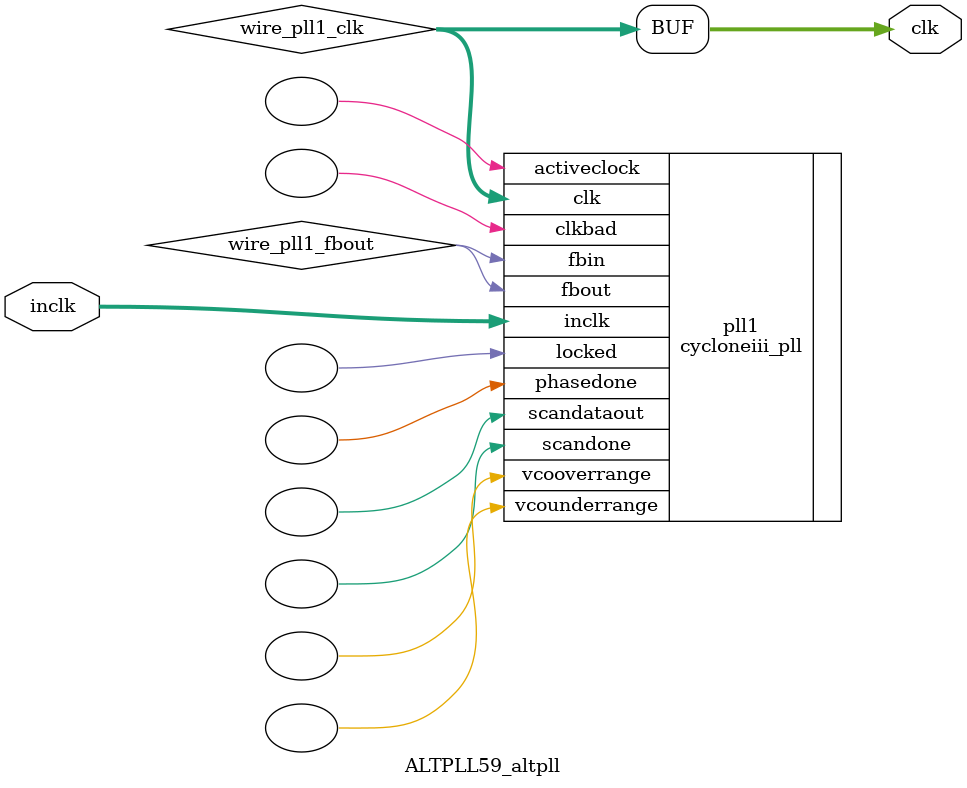
<source format=v>






//synthesis_resources = cycloneiii_pll 1 
//synopsys translate_off
`timescale 1 ps / 1 ps
//synopsys translate_on
module  ALTPLL59_altpll
	( 
	clk,
	inclk) /* synthesis synthesis_clearbox=1 */;
	output   [4:0]  clk;
	input   [1:0]  inclk;

	wire  [4:0]   wire_pll1_clk;
	wire  wire_pll1_fbout;

	cycloneiii_pll   pll1
	( 
	.activeclock(),
	.clk(wire_pll1_clk),
	.clkbad(),
	.fbin(wire_pll1_fbout),
	.fbout(wire_pll1_fbout),
	.inclk(inclk),
	.locked(),
	.phasedone(),
	.scandataout(),
	.scandone(),
	.vcooverrange(),
	.vcounderrange()
	`ifdef FORMAL_VERIFICATION
	`else
	// synopsys translate_off
	`endif
	,
	.areset(1'b0),
	.clkswitch(1'b0),
	.configupdate(1'b0),
	.pfdena(1'b1),
	.phasecounterselect({3{1'b0}}),
	.phasestep(1'b0),
	.phaseupdown(1'b0),
	.scanclk(1'b0),
	.scanclkena(1'b1),
	.scandata(1'b0)
	`ifdef FORMAL_VERIFICATION
	`else
	// synopsys translate_on
	`endif
	);
	defparam
		pll1.bandwidth_type = "auto",
		pll1.clk0_divide_by = 2,
		pll1.clk0_duty_cycle = 50,
		pll1.clk0_multiply_by = 1,
		pll1.clk0_phase_shift = "0",
		pll1.clk1_divide_by = 1,
		pll1.clk1_duty_cycle = 50,
		pll1.clk1_multiply_by = 1,
		pll1.clk1_phase_shift = "0",
		pll1.clk2_divide_by = 1,
		pll1.clk2_duty_cycle = 50,
		pll1.clk2_multiply_by = 2,
		pll1.clk2_phase_shift = "0",
		pll1.compensate_clock = "clk0",
		pll1.inclk0_input_frequency = 16949,
		pll1.operation_mode = "normal",
		pll1.pll_type = "fast",
		pll1.lpm_type = "cycloneiii_pll";
	assign
		clk = wire_pll1_clk;
endmodule //ALTPLL59_altpll
//VALID FILE

</source>
